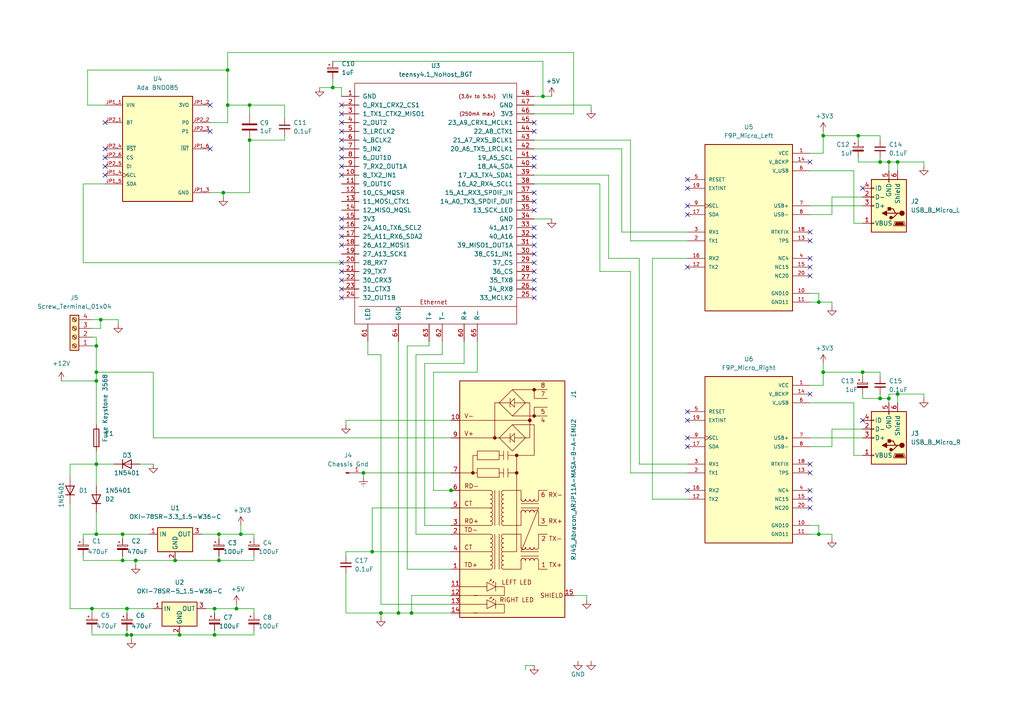
<source format=kicad_sch>
(kicad_sch (version 20211123) (generator eeschema)
  (paper "A4")
  (title_block (title "GPS_Micro") (date "2023-01-12") (comment 1 "Single and Dual Antenna"))
  (lib_symbols
    (symbol "AS-RTK2B-MICRO-F9P-L1L2SMATH-00:AS-RTK2B-MICRO-F9P-L1L2SMATH-00" (pin_names (offset 1.016))
      (property "Reference" "U" (at -12.7 23.622 0))
      (property "Value" "AS-RTK2B-MICRO-F9P-L1L2SMATH-00" (at -12.7 -27.94 0))
      (symbol "AS-RTK2B-MICRO-F9P-L1L2SMATH-00_0_0"
        (pin power_in line (at 17.78 20.32 180) (length 5.08) (name "VCC") (number "1"))
        (pin power_in line (at 17.78 -20.32 180) (length 5.08) (name "GND10") (number "10"))
        (pin power_in line (at 17.78 -22.86 180) (length 5.08) (name "GND11") (number "11"))
        (pin output line (at -17.78 -12.7 0) (length 5.08) (name "TX2") (number "12"))
        (pin output line (at 17.78 -5.08 180) (length 5.08) (name "TPS") (number "13"))
        (pin power_in line (at 17.78 17.78 180) (length 5.08) (name "V_BCKP") (number "14"))
        (pin passive line (at 17.78 -12.7 180) (length 5.08) (name "NC15") (number "15"))
        (pin input line (at -17.78 -10.16 0) (length 5.08) (name "RX2") (number "16"))
        (pin bidirectional line (at -17.78 2.54 0) (length 5.08) (name "SDA") (number "17"))
        (pin output line (at 17.78 -2.54 180) (length 5.08) (name "RTKFIX") (number "18"))
        (pin input line (at -17.78 10.16 0) (length 5.08) (name "EXTINT") (number "19"))
        (pin output line (at -17.78 -5.08 0) (length 5.08) (name "TX1") (number "2"))
        (pin passive line (at 17.78 -15.24 180) (length 5.08) (name "NC20") (number "20"))
        (pin input line (at -17.78 -2.54 0) (length 5.08) (name "RX1") (number "3"))
        (pin passive line (at 17.78 -10.16 180) (length 5.08) (name "NC4") (number "4"))
        (pin input line (at -17.78 12.7 0) (length 5.08) (name "RESET") (number "5"))
        (pin power_in line (at 17.78 15.24 180) (length 5.08) (name "V_USB") (number "6"))
        (pin bidirectional line (at 17.78 5.08 180) (length 5.08) (name "USB+") (number "7"))
        (pin bidirectional line (at 17.78 2.54 180) (length 5.08) (name "USB-") (number "8"))
        (pin input clock (at -17.78 5.08 0) (length 5.08) (name "SCL") (number "9"))
      )
    )
    (symbol "AS14-rescue:GND-power" (power) (pin_names (offset 0))
      (property "Value" "GND-power" (at 0 -3.81 0))
      (symbol "GND-power_1_1"
        (pin power_in line (at 0 0 270) (length 0) hide (name "GND") (number "1"))
      )
    )
    (symbol "BNO085_4754:4754" (pin_names (offset 1.016))
      (property "Reference" "U" (at -10.16 16.002 0))
      (property "Value" "4754" (at -10.16 -17.78 0))
      (symbol "4754_0_0"
        (pin input line (at -15.24 12.7 0) (length 5.08) (name "VIN") (number "JP1_1"))
        (pin output line (at 15.24 12.7 180) (length 5.08) (name "3VO") (number "JP1_2"))
        (pin power_in line (at 15.24 -12.7 180) (length 5.08) (name "GND") (number "JP1_3"))
        (pin bidirectional clock (at -15.24 -7.62 0) (length 5.08) (name "SCL") (number "JP1_4"))
        (pin bidirectional line (at -15.24 -10.16 0) (length 5.08) (name "SDA") (number "JP1_5"))
        (pin output line (at 15.24 0 180) (length 5.08) (name "~{INT}") (number "JP1_6"))
        (pin input line (at -15.24 7.62 0) (length 5.08) (name "BT") (number "JP2_1"))
        (pin bidirectional line (at 15.24 7.62 180) (length 5.08) (name "P0") (number "JP2_2"))
        (pin bidirectional line (at 15.24 5.08 180) (length 5.08) (name "P1") (number "JP2_3"))
        (pin input line (at -15.24 0 0) (length 5.08) (name "~{RST}") (number "JP2_4"))
        (pin input line (at -15.24 -5.08 0) (length 5.08) (name "DI") (number "JP2_5"))
        (pin input line (at -15.24 -2.54 0) (length 5.08) (name "CS") (number "JP2_6"))
      )
    )
    (symbol "Connector:Conn_01x01_Male" (pin_names (offset 1.016) hide)
      (property "Reference" "J" (at 0 2.54 0))
      (property "Value" "Conn_01x01_Male" (at 0 -2.54 0))
      (symbol "Conn_01x01_Male_1_1"
        (pin passive line (at 5.08 0 180) (length 3.81) (name "Pin_1") (number "1"))
      )
    )
    (symbol "Connector:RJ45_Abracon_ARJP11A-MASA-B-A-EMU2" (pin_names (offset 1.016) hide)
      (property "Reference" "J" (at 0 -38.1 0))
      (property "Value" "RJ45_Abracon_ARJP11A-MASA-B-A-EMU2" (at 0 -35.56 0))
      (symbol "RJ45_Abracon_ARJP11A-MASA-B-A-EMU2_0_0"
        (text "1 TX+" (at 11.43 -19.05 0) (effects (font (size 1.27 1.27))))
        (text "2 TX-" (at 11.43 -11.43 0) (effects (font (size 1.27 1.27))))
        (text "3 RX+" (at 11.43 -6.35 0) (effects (font (size 1.27 1.27))))
        (text "4" (at 8.89 22.86 0) (effects (font (size 1.27 1.27))))
        (text "5" (at 8.89 25.4 0) (effects (font (size 1.27 1.27))))
        (text "6 RX-" (at 11.43 1.27 0) (effects (font (size 1.27 1.27))))
        (text "7" (at 8.89 30.48 0) (effects (font (size 1.27 1.27))))
        (text "8" (at 8.89 33.02 0) (effects (font (size 1.27 1.27))))
        (text "CT" (at -13.97 -1.27 0) (effects (font (size 1.27 1.27)) (justify left)))
        (text "LEFT LED" (at 1.27 -24.13 0) (effects (font (size 1.27 1.27))))
        (text "RD-" (at -13.97 3.81 0) (effects (font (size 1.27 1.27)) (justify left)))
        (text "SHIELD" (at 11.43 -27.94 0) (effects (font (size 1.27 1.27))))
        (text "V+" (at -13.97 19.05 0) (effects (font (size 1.27 1.27)) (justify left)))
        (text "V-" (at -13.97 24.13 0) (effects (font (size 1.27 1.27)) (justify left)))
      )
      (symbol "RJ45_Abracon_ARJP11A-MASA-B-A-EMU2_1_1"
        (text "CT" (at -13.97 -13.97 0) (effects (font (size 1.27 1.27)) (justify left)))
        (text "RD+" (at -13.97 -6.35 0) (effects (font (size 1.27 1.27)) (justify left)))
        (text "RIGHT LED" (at 1.27 -29.21 0) (effects (font (size 1.27 1.27))))
        (text "TD+" (at -13.97 -19.05 0) (effects (font (size 1.27 1.27)) (justify left)))
        (text "TD-" (at -13.97 -8.89 0) (effects (font (size 1.27 1.27)) (justify left)))
        (pin passive line (at -17.78 -20.32 0) (length 2.54) (name "TD+") (number "1"))
        (pin power_out line (at -17.78 22.86 0) (length 2.54) (name "V-") (number "10"))
        (pin passive line (at -17.78 -25.4 0) (length 2.54) (name "LLED+") (number "11"))
        (pin passive line (at -17.78 -27.94 0) (length 2.54) (name "LLED-") (number "12"))
        (pin passive line (at -17.78 -30.48 0) (length 2.54) (name "RLED+") (number "13"))
        (pin passive line (at -17.78 -33.02 0) (length 2.54) (name "RLED-") (number "14"))
        (pin passive line (at 17.78 -27.94 180) (length 2.54) (name "SHIELD") (number "15"))
        (pin passive line (at -17.78 -10.16 0) (length 2.54) (name "TD-") (number "2"))
        (pin passive line (at -17.78 -7.62 0) (length 2.54) (name "RD+") (number "3"))
        (pin passive line (at -17.78 -15.24 0) (length 2.54) (name "CT") (number "4"))
        (pin passive line (at -17.78 -2.54 0) (length 2.54) (name "CT") (number "5"))
        (pin passive line (at -17.78 2.54 0) (length 2.54) (name "RD-") (number "6"))
        (pin passive line (at -17.78 7.62 0) (length 2.54) (name "7") (number "7"))
        (pin power_out line (at -17.78 17.78 0) (length 2.54) (name "V+") (number "9"))
      )
    )
    (symbol "Connector:Screw_Terminal_01x04" (pin_names (offset 1.016) hide)
      (property "Reference" "J" (at 0 5.08 0))
      (property "Value" "Screw_Terminal_01x04" (at 0 -7.62 0))
      (symbol "Screw_Terminal_01x04_1_1"
        (pin passive line (at -5.08 2.54 0) (length 3.81) (name "Pin_1") (number "1"))
        (pin passive line (at -5.08 0 0) (length 3.81) (name "Pin_2") (number "2"))
        (pin passive line (at -5.08 -2.54 0) (length 3.81) (name "Pin_3") (number "3"))
        (pin passive line (at -5.08 -5.08 0) (length 3.81) (name "Pin_4") (number "4"))
      )
    )
    (symbol "Connector:USB_B_Micro" (pin_names (offset 1.016))
      (property "Reference" "J" (at -5.08 11.43 0))
      (property "Value" "USB_B_Micro" (at -5.08 8.89 0))
      (symbol "USB_B_Micro_1_1"
        (pin power_out line (at 7.62 5.08 180) (length 2.54) (name "VBUS") (number "1"))
        (pin bidirectional line (at 7.62 -2.54 180) (length 2.54) (name "D-") (number "2"))
        (pin bidirectional line (at 7.62 0 180) (length 2.54) (name "D+") (number "3"))
        (pin passive line (at 7.62 -5.08 180) (length 2.54) (name "ID") (number "4"))
        (pin power_out line (at 0 -10.16 90) (length 2.54) (name "GND") (number "5"))
        (pin passive line (at -2.54 -10.16 90) (length 2.54) (name "Shield") (number "6"))
      )
    )
    (symbol "Converter_DCDC:OKI-78SR-3.3_1.5-W36-C"
      (property "Reference" "U" (at -3.81 3.175 0))
      (property "Value" "OKI-78SR-3.3_1.5-W36-C" (at 0 3.175 0))
      (symbol "OKI-78SR-3.3_1.5-W36-C_1_1"
        (pin power_in line (at -7.62 0 0) (length 2.54) (name "IN") (number "1"))
        (pin power_in line (at 0 -7.62 90) (length 2.54) (name "GND") (number "2"))
        (pin power_out line (at 7.62 0 180) (length 2.54) (name "OUT") (number "3"))
      )
    )
    (symbol "Converter_DCDC:OKI-78SR-5_1.5-W36-C"
      (property "Reference" "U" (at -3.81 3.175 0))
      (property "Value" "OKI-78SR-5_1.5-W36-C" (at 0 3.175 0))
      (symbol "OKI-78SR-5_1.5-W36-C_1_1"
        (pin power_in line (at -7.62 0 0) (length 2.54) (name "IN") (number "1"))
        (pin power_in line (at 0 -7.62 90) (length 2.54) (name "GND") (number "2"))
        (pin power_out line (at 7.62 0 180) (length 2.54) (name "OUT") (number "3"))
      )
    )
    (symbol "Device:C_Polarized_Small" (pin_numbers hide) (pin_names (offset 0.254) hide)
      (property "Reference" "C" (at 0.254 1.778 0))
      (property "Value" "C_Polarized_Small" (at 0.254 -2.032 0))
      (symbol "C_Polarized_Small_1_1"
        (pin passive line (at 0 2.54 270) (length 1.8542) (name "~") (number "1"))
        (pin passive line (at 0 -2.54 90) (length 1.8542) (name "~") (number "2"))
      )
    )
    (symbol "Device:C_Small" (pin_numbers hide) (pin_names (offset 0.254) hide)
      (property "Reference" "C" (at 0.254 1.778 0))
      (property "Value" "C_Small" (at 0.254 -2.032 0))
      (symbol "C_Small_1_1"
        (pin passive line (at 0 2.54 270) (length 2.032) (name "~") (number "1"))
        (pin passive line (at 0 -2.54 90) (length 2.032) (name "~") (number "2"))
      )
    )
    (symbol "Device:Fuse" (pin_numbers hide) (pin_names (offset 0))
      (property "Reference" "F" (at 2.032 0 90))
      (property "Value" "Fuse" (at -1.905 0 90))
      (symbol "Fuse_1_1"
        (pin passive line (at 0 3.81 270) (length 1.27) (name "~") (number "1"))
        (pin passive line (at 0 -3.81 90) (length 1.27) (name "~") (number "2"))
      )
    )
    (symbol "Diode:1N5401" (pin_numbers hide) (pin_names hide)
      (property "Reference" "D" (at 0 2.54 0))
      (property "Value" "1N5401" (at 0 -2.54 0))
      (symbol "1N5401_1_1"
        (pin passive line (at -3.81 0 0) (length 2.54) (name "K") (number "1"))
        (pin passive line (at 3.81 0 180) (length 2.54) (name "A") (number "2"))
      )
    )
    (symbol "RC10-rescue:+3.3V-power" (power) (pin_names (offset 0))
      (property "Value" "+3.3V-power" (at 0 3.556 0))
      (symbol "+3.3V-power_1_1"
        (pin power_in line (at 0 0 90) (length 0) hide (name "+3V3") (number "1"))
      )
    )
    (symbol "RC10-rescue:+5V-power" (power) (pin_names (offset 0))
      (property "Value" "+5V-power" (at 0 3.556 0))
      (symbol "+5V-power_1_1"
        (pin power_in line (at 0 0 90) (length 0) hide (name "+5V") (number "1"))
      )
    )
    (symbol "RC10-rescue:C-Device" (pin_numbers hide) (pin_names (offset 0.254))
      (property "Reference" "C" (at 0.635 2.54 0))
      (property "Value" "C-Device" (at 0.635 -2.54 0))
      (symbol "C-Device_1_1"
        (pin passive line (at 0 3.81 270) (length 2.794) (name "~") (number "1"))
        (pin passive line (at 0 -3.81 90) (length 2.794) (name "~") (number "2"))
      )
    )
    (symbol "power:+12V" (power) (pin_names (offset 0))
      (property "Value" "+12V" (at 0 3.556 0))
      (symbol "+12V_1_1"
        (pin power_in line (at 0 0 90) (length 0) hide (name "+12V") (number "1"))
      )
    )
    (symbol "power:Earth" (power) (pin_names (offset 0))
      (symbol "Earth_1_1"
        (pin power_in line (at 0 0 270) (length 0) hide (name "Earth") (number "1"))
      )
    )
    (symbol "teensy4.1_nohost_bgt:teensy4.1_NoHost_BGT" (pin_names (offset 1.016))
      (property "Reference" "U3" (at -60.325 107.95 0))
      (property "Value" "teensy4.1_NoHost_BGT" (at -60.325 105.41 0))
      (symbol "teensy4.1_NoHost_BGT_0_0"
        (text "(250mA max)" (at -48.26 93.98 0) (effects (font (size 1.016 1.016))))
        (text "(3.6v to 5.5v)" (at -48.26 99.06 0) (effects (font (size 1.016 1.016))))
        (text "Ethernet" (at -60.96 39.37 0) (effects (font (size 1.27 1.27))))
        (pin bidirectional line (at -87.63 76.2 0) (length 5.08) (name "8_TX2_IN1") (number "10"))
        (pin bidirectional line (at -87.63 73.66 0) (length 5.08) (name "9_OUT1C") (number "11"))
        (pin bidirectional line (at -87.63 71.12 0) (length 5.08) (name "10_CS_MQSR") (number "12"))
        (pin bidirectional line (at -87.63 68.58 0) (length 5.08) (name "11_MOSI_CTX1") (number "13"))
        (pin bidirectional line (at -87.63 66.04 0) (length 5.08) (name "12_MISO_MQSL") (number "14"))
        (pin power_out line (at -87.63 63.5 0) (length 5.08) (name "3V3") (number "15"))
        (pin bidirectional line (at -87.63 60.96 0) (length 5.08) (name "24_A10_TX6_SCL2") (number "16"))
        (pin bidirectional line (at -87.63 58.42 0) (length 5.08) (name "25_A11_RX6_SDA2") (number "17"))
        (pin bidirectional line (at -87.63 55.88 0) (length 5.08) (name "26_A12_MOSI1") (number "18"))
        (pin bidirectional line (at -87.63 53.34 0) (length 5.08) (name "27_A13_SCK1") (number "19"))
        (pin bidirectional line (at -87.63 50.8 0) (length 5.08) (name "28_RX7") (number "20"))
        (pin bidirectional line (at -87.63 48.26 0) (length 5.08) (name "29_TX7") (number "21"))
        (pin bidirectional line (at -87.63 45.72 0) (length 5.08) (name "30_CRX3") (number "22"))
        (pin bidirectional line (at -87.63 43.18 0) (length 5.08) (name "31_CTX3") (number "23"))
        (pin bidirectional line (at -87.63 40.64 0) (length 5.08) (name "32_OUT1B") (number "24"))
        (pin bidirectional line (at -31.75 40.64 180) (length 5.08) (name "33_MCLK2") (number "25"))
        (pin bidirectional line (at -31.75 43.18 180) (length 5.08) (name "34_RX8") (number "26"))
        (pin bidirectional line (at -31.75 45.72 180) (length 5.08) (name "35_TX8") (number "27"))
        (pin bidirectional line (at -31.75 48.26 180) (length 5.08) (name "36_CS") (number "28"))
        (pin bidirectional line (at -31.75 50.8 180) (length 5.08) (name "37_CS") (number "29"))
        (pin bidirectional line (at -31.75 53.34 180) (length 5.08) (name "38_CS1_IN1") (number "30"))
        (pin bidirectional line (at -31.75 55.88 180) (length 5.08) (name "39_MISO1_OUT1A") (number "31"))
        (pin bidirectional line (at -31.75 58.42 180) (length 5.08) (name "40_A16") (number "32"))
        (pin bidirectional line (at -31.75 60.96 180) (length 5.08) (name "41_A17") (number "33"))
        (pin bidirectional line (at -31.75 66.04 180) (length 5.08) (name "13_SCK_LED") (number "35"))
        (pin bidirectional line (at -31.75 68.58 180) (length 5.08) (name "14_A0_TX3_SPDIF_OUT") (number "36"))
        (pin bidirectional line (at -31.75 71.12 180) (length 5.08) (name "15_A1_RX3_SPDIF_IN") (number "37"))
        (pin bidirectional line (at -31.75 73.66 180) (length 5.08) (name "16_A2_RX4_SCL1") (number "38"))
        (pin bidirectional line (at -31.75 76.2 180) (length 5.08) (name "17_A3_TX4_SDA1") (number "39"))
        (pin bidirectional line (at -31.75 78.74 180) (length 5.08) (name "18_A4_SDA") (number "40"))
        (pin bidirectional line (at -31.75 81.28 180) (length 5.08) (name "19_A5_SCL") (number "41"))
        (pin bidirectional line (at -31.75 83.82 180) (length 5.08) (name "20_A6_TX5_LRCLK1") (number "42"))
        (pin bidirectional line (at -31.75 86.36 180) (length 5.08) (name "21_A7_RX5_BCLK1") (number "43"))
        (pin bidirectional line (at -31.75 88.9 180) (length 5.08) (name "22_A8_CTX1") (number "44"))
        (pin bidirectional line (at -31.75 91.44 180) (length 5.08) (name "23_A9_CRX1_MCLK1") (number "45"))
        (pin output line (at -31.75 93.98 180) (length 5.08) (name "3V3") (number "46"))
        (pin output line (at -31.75 96.52 180) (length 5.08) (name "GND") (number "47"))
        (pin power_in line (at -31.75 99.06 180) (length 5.08) (name "VIN") (number "48"))
        (pin bidirectional line (at -87.63 88.9 0) (length 5.08) (name "3_LRCLK2") (number "5"))
        (pin bidirectional line (at -87.63 86.36 0) (length 5.08) (name "4_BCLK2") (number "6"))
        (pin bidirectional line (at -52.07 27.94 90) (length 5.08) (name "R+") (number "60"))
        (pin bidirectional line (at -80.01 27.94 90) (length 5.08) (name "LED") (number "61"))
        (pin bidirectional line (at -58.42 27.94 90) (length 5.08) (name "T-") (number "62"))
        (pin bidirectional line (at -62.23 27.94 90) (length 5.08) (name "T+") (number "63"))
        (pin bidirectional line (at -71.12 27.94 90) (length 5.08) (name "GND") (number "64"))
        (pin bidirectional line (at -48.26 27.94 90) (length 5.08) (name "R-") (number "65"))
        (pin bidirectional line (at -87.63 83.82 0) (length 5.08) (name "5_IN2") (number "7"))
        (pin bidirectional line (at -87.63 81.28 0) (length 5.08) (name "6_OUT1D") (number "8"))
        (pin bidirectional line (at -87.63 78.74 0) (length 5.08) (name "7_RX2_OUT1A") (number "9"))
      )
      (symbol "teensy4.1_NoHost_BGT_1_1"
        (pin power_in line (at -87.63 99.06 0) (length 5.08) (name "GND") (number "1"))
        (pin bidirectional line (at -87.63 96.52 0) (length 5.08) (name "0_RX1_CRX2_CS1") (number "2"))
        (pin bidirectional line (at -87.63 93.98 0) (length 5.08) (name "1_TX1_CTX2_MISO1") (number "3"))
        (pin power_in line (at -31.75 63.5 180) (length 5.08) (name "GND") (number "34"))
        (pin bidirectional line (at -87.63 91.44 0) (length 5.08) (name "2_OUT2") (number "4"))
      )
    )
  )
  (junction (at 50.8 162.56))
  (junction (at 72.39 30.48))
  (junction (at 27.94 134.62))
  (junction (at 260.35 46.99))
  (junction (at 105.41 137.16))
  (junction (at 72.39 40.64))
  (junction (at 35.56 154.94))
  (junction (at 66.04 30.48))
  (junction (at 96.52 25.4))
  (junction (at 62.23 184.15))
  (junction (at 237.49 87.63))
  (junction (at 157.48 27.94))
  (junction (at 68.58 176.53))
  (junction (at 260.35 114.3))
  (junction (at 36.83 176.53))
  (junction (at 27.94 154.94))
  (junction (at 35.56 162.56))
  (junction (at 39.37 162.56))
  (junction (at 255.27 46.99))
  (junction (at 115.57 177.8))
  (junction (at 248.92 39.37))
  (junction (at 238.76 107.95))
  (junction (at 63.5 154.94))
  (junction (at 119.38 177.8))
  (junction (at 257.81 115.57))
  (junction (at 38.1 184.15))
  (junction (at 250.19 107.95))
  (junction (at 36.83 184.15))
  (junction (at 63.5 162.56))
  (junction (at 257.81 46.99))
  (junction (at 64.77 55.88))
  (junction (at 26.67 176.53))
  (junction (at 52.07 184.15))
  (junction (at 237.49 154.94))
  (junction (at 130.81 142.24))
  (junction (at 27.94 100.33))
  (junction (at 255.27 115.57))
  (junction (at 66.04 20.32))
  (junction (at 69.85 154.94))
  (junction (at 27.94 107.95))
  (junction (at 62.23 176.53))
  (junction (at 27.94 110.49))
  (junction (at 107.95 160.02))
  (junction (at 238.76 39.37))
  (junction (at 29.21 92.71))
  (junction (at 110.49 177.8))
  (no_connect (at 199.39 77.47))
  (no_connect (at 199.39 54.61))
  (no_connect (at 199.39 142.24))
  (no_connect (at 154.94 81.28))
  (no_connect (at 199.39 129.54))
  (no_connect (at 154.94 60.96))
  (no_connect (at 99.06 38.1))
  (no_connect (at 154.94 86.36))
  (no_connect (at 99.06 83.82))
  (no_connect (at 99.06 81.28))
  (no_connect (at 99.06 71.12))
  (no_connect (at 30.48 50.8))
  (no_connect (at 154.94 78.74))
  (no_connect (at 199.39 121.92))
  (no_connect (at 234.95 114.3))
  (no_connect (at 234.95 137.16))
  (no_connect (at 99.06 35.56))
  (no_connect (at 30.48 35.56))
  (no_connect (at 234.95 74.93))
  (no_connect (at 250.19 121.92))
  (no_connect (at 30.48 43.18))
  (no_connect (at 199.39 62.23))
  (no_connect (at 99.06 30.48))
  (no_connect (at 99.06 66.04))
  (no_connect (at 234.95 147.32))
  (no_connect (at 154.94 68.58))
  (no_connect (at 250.19 54.61))
  (no_connect (at 154.94 55.88))
  (no_connect (at 154.94 58.42))
  (no_connect (at 99.06 48.26))
  (no_connect (at 234.95 46.99))
  (no_connect (at 99.06 33.02))
  (no_connect (at 60.96 30.48))
  (no_connect (at 99.06 68.58))
  (no_connect (at 154.94 83.82))
  (no_connect (at 99.06 40.64))
  (no_connect (at 154.94 38.1))
  (no_connect (at 234.95 142.24))
  (no_connect (at 154.94 73.66))
  (no_connect (at 234.95 144.78))
  (no_connect (at 154.94 71.12))
  (no_connect (at 154.94 35.56))
  (no_connect (at 234.95 69.85))
  (no_connect (at 30.48 45.72))
  (no_connect (at 154.94 45.72))
  (no_connect (at 30.48 48.26))
  (no_connect (at 60.96 38.1))
  (no_connect (at 60.96 43.18))
  (no_connect (at 154.94 76.2))
  (no_connect (at 199.39 59.69))
  (no_connect (at 199.39 52.07))
  (no_connect (at 99.06 43.18))
  (no_connect (at 199.39 127))
  (no_connect (at 99.06 78.74))
  (no_connect (at 154.94 48.26))
  (no_connect (at 99.06 86.36))
  (no_connect (at 99.06 50.8))
  (no_connect (at 199.39 119.38))
  (no_connect (at 234.95 77.47))
  (no_connect (at 234.95 67.31))
  (no_connect (at 99.06 45.72))
  (no_connect (at 99.06 76.2))
  (no_connect (at 154.94 66.04))
  (no_connect (at 234.95 134.62))
  (no_connect (at 234.95 80.01))
  (no_connect (at 99.06 63.5))
  (wire (pts (xy 50.8 162.56) (xy 63.5 162.56)))
  (wire (pts (xy 106.68 99.06) (xy 106.68 102.87)))
  (wire (pts (xy 125.73 107.95) (xy 125.73 142.24)))
  (wire (pts (xy 166.37 15.24) (xy 66.04 15.24)))
  (wire (pts (xy 237.49 87.63) (xy 241.3 87.63)))
  (wire (pts (xy 96.52 17.78) (xy 157.48 17.78)))
  (wire (pts (xy 58.42 154.94) (xy 63.5 154.94)))
  (wire (pts (xy 130.81 127) (xy 44.45 127)))
  (wire (pts (xy 39.37 163.83) (xy 39.37 162.56)))
  (wire (pts (xy 63.5 154.94) (xy 63.5 156.21)))
  (wire (pts (xy 29.21 92.71) (xy 34.29 92.71)))
  (wire (pts (xy 247.65 49.53) (xy 234.95 49.53)))
  (wire (pts (xy 26.67 97.79) (xy 27.94 97.79)))
  (wire (pts (xy 248.92 45.72) (xy 248.92 46.99)))
  (wire (pts (xy 64.77 55.88) (xy 64.77 57.15)))
  (wire (pts (xy 130.81 137.16) (xy 105.41 137.16)))
  (wire (pts (xy 36.83 176.53) (xy 36.83 177.8)))
  (wire (pts (xy 234.95 154.94) (xy 237.49 154.94)))
  (wire (pts (xy 185.42 74.93) (xy 185.42 134.62)))
  (wire (pts (xy 241.3 88.9) (xy 241.3 87.63)))
  (wire (pts (xy 154.94 40.64) (xy 182.88 40.64)))
  (wire (pts (xy 120.65 102.87) (xy 120.65 154.94)))
  (wire (pts (xy 110.49 177.8) (xy 110.49 179.07)))
  (wire (pts (xy 66.04 15.24) (xy 66.04 20.32)))
  (wire (pts (xy 267.97 46.99) (xy 267.97 48.26)))
  (wire (pts (xy 234.95 59.69) (xy 250.19 59.69)))
  (wire (pts (xy 234.95 152.4) (xy 237.49 152.4)))
  (wire (pts (xy 189.23 74.93) (xy 199.39 74.93)))
  (wire (pts (xy 73.66 154.94) (xy 73.66 156.21)))
  (wire (pts (xy 68.58 175.26) (xy 68.58 176.53)))
  (wire (pts (xy 35.56 154.94) (xy 43.18 154.94)))
  (wire (pts (xy 238.76 39.37) (xy 248.92 39.37)))
  (wire (pts (xy 123.19 152.4) (xy 130.81 152.4)))
  (wire (pts (xy 44.45 127) (xy 44.45 107.95)))
  (wire (pts (xy 20.32 146.05) (xy 20.32 176.53)))
  (wire (pts (xy 20.32 176.53) (xy 26.67 176.53)))
  (wire (pts (xy 27.94 97.79) (xy 27.94 100.33)))
  (wire (pts (xy 130.81 160.02) (xy 107.95 160.02)))
  (wire (pts (xy 52.07 184.15) (xy 62.23 184.15)))
  (wire (pts (xy 119.38 172.72) (xy 119.38 177.8)))
  (wire (pts (xy 125.73 142.24) (xy 130.81 142.24)))
  (wire (pts (xy 27.94 154.94) (xy 35.56 154.94)))
  (wire (pts (xy 238.76 39.37) (xy 238.76 44.45)))
  (wire (pts (xy 255.27 115.57) (xy 257.81 115.57)))
  (wire (pts (xy 24.13 53.34) (xy 24.13 76.2)))
  (wire (pts (xy 154.94 27.94) (xy 157.48 27.94)))
  (wire (pts (xy 255.27 39.37) (xy 248.92 39.37)))
  (wire (pts (xy 260.35 114.3) (xy 260.35 116.84)))
  (wire (pts (xy 255.27 114.3) (xy 255.27 115.57)))
  (wire (pts (xy 250.19 109.22) (xy 250.19 107.95)))
  (wire (pts (xy 82.55 30.48) (xy 82.55 34.29)))
  (wire (pts (xy 107.95 160.02) (xy 100.33 160.02)))
  (wire (pts (xy 185.42 134.62) (xy 199.39 134.62)))
  (wire (pts (xy 105.41 137.16) (xy 105.41 138.43)))
  (wire (pts (xy 60.96 35.56) (xy 66.04 35.56)))
  (wire (pts (xy 182.88 78.74) (xy 182.88 137.16)))
  (wire (pts (xy 39.37 162.56) (xy 50.8 162.56)))
  (wire (pts (xy 36.83 182.88) (xy 36.83 184.15)))
  (wire (pts (xy 96.52 25.4) (xy 99.06 25.4)))
  (wire (pts (xy 26.67 182.88) (xy 26.67 184.15)))
  (wire (pts (xy 130.81 121.92) (xy 100.33 121.92)))
  (wire (pts (xy 166.37 172.72) (xy 170.18 172.72)))
  (wire (pts (xy 118.11 100.33) (xy 118.11 165.1)))
  (wire (pts (xy 241.3 57.15) (xy 250.19 57.15)))
  (wire (pts (xy 62.23 176.53) (xy 62.23 177.8)))
  (wire (pts (xy 66.04 30.48) (xy 66.04 35.56)))
  (wire (pts (xy 29.21 95.25) (xy 29.21 92.71)))
  (wire (pts (xy 234.95 44.45) (xy 238.76 44.45)))
  (wire (pts (xy 171.45 30.48) (xy 171.45 31.75)))
  (wire (pts (xy 30.48 53.34) (xy 24.13 53.34)))
  (wire (pts (xy 173.99 53.34) (xy 173.99 78.74)))
  (wire (pts (xy 25.4 30.48) (xy 25.4 20.32)))
  (wire (pts (xy 176.53 74.93) (xy 185.42 74.93)))
  (wire (pts (xy 237.49 152.4) (xy 237.49 154.94)))
  (wire (pts (xy 92.71 25.4) (xy 96.52 25.4)))
  (wire (pts (xy 250.19 132.08) (xy 247.65 132.08)))
  (wire (pts (xy 27.94 130.81) (xy 27.94 134.62)))
  (wire (pts (xy 247.65 64.77) (xy 250.19 64.77)))
  (wire (pts (xy 73.66 182.88) (xy 73.66 184.15)))
  (wire (pts (xy 257.81 46.99) (xy 257.81 49.53)))
  (wire (pts (xy 130.81 142.24) (xy 132.08 142.24)))
  (wire (pts (xy 72.39 40.64) (xy 72.39 55.88)))
  (wire (pts (xy 247.65 132.08) (xy 247.65 116.84)))
  (wire (pts (xy 154.94 50.8) (xy 176.53 50.8)))
  (wire (pts (xy 27.94 110.49) (xy 27.94 123.19)))
  (wire (pts (xy 27.94 134.62) (xy 27.94 140.97)))
  (wire (pts (xy 154.94 53.34) (xy 173.99 53.34)))
  (wire (pts (xy 110.49 102.87) (xy 110.49 175.26)))
  (wire (pts (xy 238.76 107.95) (xy 238.76 111.76)))
  (wire (pts (xy 40.64 134.62) (xy 44.45 134.62)))
  (wire (pts (xy 255.27 109.22) (xy 255.27 107.95)))
  (wire (pts (xy 260.35 46.99) (xy 260.35 49.53)))
  (wire (pts (xy 27.94 100.33) (xy 27.94 107.95)))
  (wire (pts (xy 241.3 124.46) (xy 241.3 129.54)))
  (wire (pts (xy 182.88 69.85) (xy 182.88 40.64)))
  (wire (pts (xy 267.97 114.3) (xy 267.97 115.57)))
  (wire (pts (xy 234.95 127) (xy 250.19 127)))
  (wire (pts (xy 157.48 27.94) (xy 160.02 27.94)))
  (wire (pts (xy 26.67 176.53) (xy 26.67 177.8)))
  (wire (pts (xy 166.37 33.02) (xy 166.37 15.24)))
  (wire (pts (xy 24.13 162.56) (xy 35.56 162.56)))
  (wire (pts (xy 138.43 107.95) (xy 125.73 107.95)))
  (wire (pts (xy 115.57 177.8) (xy 110.49 177.8)))
  (wire (pts (xy 241.3 124.46) (xy 250.19 124.46)))
  (wire (pts (xy 27.94 107.95) (xy 27.94 110.49)))
  (wire (pts (xy 234.95 87.63) (xy 237.49 87.63)))
  (wire (pts (xy 248.92 40.64) (xy 248.92 39.37)))
  (wire (pts (xy 35.56 154.94) (xy 35.56 156.21)))
  (wire (pts (xy 241.3 57.15) (xy 241.3 62.23)))
  (wire (pts (xy 26.67 92.71) (xy 29.21 92.71)))
  (wire (pts (xy 154.94 33.02) (xy 166.37 33.02)))
  (wire (pts (xy 24.13 161.29) (xy 24.13 162.56)))
  (wire (pts (xy 241.3 156.21) (xy 241.3 154.94)))
  (wire (pts (xy 99.06 27.94) (xy 99.06 25.4)))
  (wire (pts (xy 20.32 134.62) (xy 20.32 138.43)))
  (wire (pts (xy 82.55 39.37) (xy 82.55 40.64)))
  (wire (pts (xy 63.5 162.56) (xy 73.66 162.56)))
  (wire (pts (xy 38.1 185.42) (xy 38.1 184.15)))
  (wire (pts (xy 30.48 30.48) (xy 25.4 30.48)))
  (wire (pts (xy 241.3 62.23) (xy 234.95 62.23)))
  (wire (pts (xy 26.67 176.53) (xy 36.83 176.53)))
  (wire (pts (xy 247.65 116.84) (xy 234.95 116.84)))
  (wire (pts (xy 69.85 154.94) (xy 73.66 154.94)))
  (wire (pts (xy 260.35 114.3) (xy 267.97 114.3)))
  (wire (pts (xy 130.81 147.32) (xy 107.95 147.32)))
  (wire (pts (xy 170.18 172.72) (xy 170.18 173.99)))
  (wire (pts (xy 130.81 177.8) (xy 119.38 177.8)))
  (wire (pts (xy 124.46 100.33) (xy 118.11 100.33)))
  (wire (pts (xy 96.52 22.86) (xy 96.52 25.4)))
  (wire (pts (xy 62.23 184.15) (xy 73.66 184.15)))
  (wire (pts (xy 241.3 154.94) (xy 237.49 154.94)))
  (wire (pts (xy 62.23 176.53) (xy 68.58 176.53)))
  (wire (pts (xy 237.49 85.09) (xy 237.49 87.63)))
  (wire (pts (xy 180.34 43.18) (xy 180.34 67.31)))
  (wire (pts (xy 69.85 152.4) (xy 69.85 154.94)))
  (wire (pts (xy 255.27 45.72) (xy 255.27 46.99)))
  (wire (pts (xy 128.27 99.06) (xy 128.27 102.87)))
  (wire (pts (xy 138.43 99.06) (xy 138.43 107.95)))
  (wire (pts (xy 17.78 110.49) (xy 27.94 110.49)))
  (wire (pts (xy 255.27 46.99) (xy 257.81 46.99)))
  (wire (pts (xy 154.94 43.18) (xy 180.34 43.18)))
  (wire (pts (xy 247.65 64.77) (xy 247.65 49.53)))
  (wire (pts (xy 26.67 95.25) (xy 29.21 95.25)))
  (wire (pts (xy 115.57 99.06) (xy 115.57 177.8)))
  (wire (pts (xy 248.92 46.99) (xy 255.27 46.99)))
  (wire (pts (xy 34.29 92.71) (xy 34.29 93.98)))
  (wire (pts (xy 123.19 105.41) (xy 123.19 152.4)))
  (wire (pts (xy 26.67 184.15) (xy 36.83 184.15)))
  (wire (pts (xy 250.19 115.57) (xy 255.27 115.57)))
  (wire (pts (xy 36.83 184.15) (xy 38.1 184.15)))
  (wire (pts (xy 60.96 55.88) (xy 64.77 55.88)))
  (wire (pts (xy 106.68 102.87) (xy 110.49 102.87)))
  (wire (pts (xy 63.5 161.29) (xy 63.5 162.56)))
  (wire (pts (xy 134.62 99.06) (xy 134.62 105.41)))
  (wire (pts (xy 25.4 20.32) (xy 66.04 20.32)))
  (wire (pts (xy 260.35 46.99) (xy 267.97 46.99)))
  (wire (pts (xy 134.62 105.41) (xy 123.19 105.41)))
  (wire (pts (xy 154.94 63.5) (xy 160.02 63.5)))
  (wire (pts (xy 180.34 67.31) (xy 199.39 67.31)))
  (wire (pts (xy 73.66 161.29) (xy 73.66 162.56)))
  (wire (pts (xy 250.19 107.95) (xy 238.76 107.95)))
  (wire (pts (xy 72.39 30.48) (xy 72.39 33.02)))
  (wire (pts (xy 154.94 30.48) (xy 171.45 30.48)))
  (wire (pts (xy 176.53 50.8) (xy 176.53 74.93)))
  (wire (pts (xy 110.49 175.26) (xy 130.81 175.26)))
  (wire (pts (xy 234.95 111.76) (xy 238.76 111.76)))
  (wire (pts (xy 238.76 105.41) (xy 238.76 107.95)))
  (wire (pts (xy 35.56 161.29) (xy 35.56 162.56)))
  (wire (pts (xy 62.23 182.88) (xy 62.23 184.15)))
  (wire (pts (xy 255.27 40.64) (xy 255.27 39.37)))
  (wire (pts (xy 24.13 76.2) (xy 99.06 76.2)))
  (wire (pts (xy 38.1 184.15) (xy 52.07 184.15)))
  (wire (pts (xy 189.23 74.93) (xy 189.23 144.78)))
  (wire (pts (xy 100.33 121.92) (xy 100.33 123.19)))
  (wire (pts (xy 66.04 20.32) (xy 66.04 30.48)))
  (wire (pts (xy 241.3 129.54) (xy 234.95 129.54)))
  (wire (pts (xy 63.5 154.94) (xy 69.85 154.94)))
  (wire (pts (xy 234.95 85.09) (xy 237.49 85.09)))
  (wire (pts (xy 152.4 193.04) (xy 154.94 193.04)))
  (wire (pts (xy 27.94 134.62) (xy 33.02 134.62)))
  (wire (pts (xy 20.32 134.62) (xy 27.94 134.62)))
  (wire (pts (xy 130.81 172.72) (xy 119.38 172.72)))
  (wire (pts (xy 157.48 17.78) (xy 157.48 27.94)))
  (wire (pts (xy 35.56 162.56) (xy 39.37 162.56)))
  (wire (pts (xy 119.38 177.8) (xy 115.57 177.8)))
  (wire (pts (xy 66.04 30.48) (xy 72.39 30.48)))
  (wire (pts (xy 100.33 166.37) (xy 100.33 177.8)))
  (wire (pts (xy 124.46 99.06) (xy 124.46 100.33)))
  (wire (pts (xy 36.83 176.53) (xy 44.45 176.53)))
  (wire (pts (xy 128.27 102.87) (xy 120.65 102.87)))
  (wire (pts (xy 257.81 46.99) (xy 260.35 46.99)))
  (wire (pts (xy 173.99 78.74) (xy 182.88 78.74)))
  (wire (pts (xy 199.39 144.78) (xy 189.23 144.78)))
  (wire (pts (xy 72.39 40.64) (xy 82.55 40.64)))
  (wire (pts (xy 250.19 107.95) (xy 255.27 107.95)))
  (wire (pts (xy 118.11 165.1) (xy 130.81 165.1)))
  (wire (pts (xy 24.13 154.94) (xy 27.94 154.94)))
  (wire (pts (xy 152.4 193.04) (xy 152.4 194.31)))
  (wire (pts (xy 120.65 154.94) (xy 130.81 154.94)))
  (wire (pts (xy 100.33 177.8) (xy 110.49 177.8)))
  (wire (pts (xy 238.76 38.1) (xy 238.76 39.37)))
  (wire (pts (xy 27.94 148.59) (xy 27.94 154.94)))
  (wire (pts (xy 182.88 69.85) (xy 199.39 69.85)))
  (wire (pts (xy 24.13 154.94) (xy 24.13 156.21)))
  (wire (pts (xy 59.69 176.53) (xy 62.23 176.53)))
  (wire (pts (xy 250.19 114.3) (xy 250.19 115.57)))
  (wire (pts (xy 100.33 160.02) (xy 100.33 161.29)))
  (wire (pts (xy 73.66 176.53) (xy 73.66 177.8)))
  (wire (pts (xy 68.58 176.53) (xy 73.66 176.53)))
  (wire (pts (xy 257.81 115.57) (xy 257.81 114.3)))
  (wire (pts (xy 64.77 55.88) (xy 72.39 55.88)))
  (wire (pts (xy 26.67 100.33) (xy 27.94 100.33)))
  (wire (pts (xy 182.88 137.16) (xy 199.39 137.16)))
  (wire (pts (xy 27.94 107.95) (xy 44.45 107.95)))
  (wire (pts (xy 257.81 116.84) (xy 257.81 115.57)))
  (wire (pts (xy 72.39 30.48) (xy 82.55 30.48)))
  (wire (pts (xy 257.81 114.3) (xy 260.35 114.3)))
  (wire (pts (xy 107.95 147.32) (xy 107.95 160.02)))
  (symbol (lib_id "AS14-rescue:GND-power") (at 154.94 193.04 0) (unit 1)
    (property "Reference" "#PWR01" (effects hide))
    (property "Value" "GND-power" (effects hide))
  )
  (symbol (lib_id "AS14-rescue:GND-power") (at 167.64 191.77 0) (unit 1)
    (property "Reference" "#PWR03" (effects hide))
    (property "Value" "GND" (at 167.64 195.58 0))
  )
  (symbol (lib_id "AS14-rescue:GND-power") (at 171.45 191.77 0) (unit 1)
    (property "Reference" "#PWR04" (effects hide))
    (property "Value" "GND-power" (effects hide))
  )
  (symbol (lib_id "AS14-rescue:GND-power") (at 92.71 25.4 0) (unit 1)
    (property "Reference" "#PWR05" (effects hide))
    (property "Value" "GND" (effects hide))
  )
  (symbol (lib_id "AS14-rescue:GND-power") (at 160.02 63.5 0) (unit 1)
    (property "Reference" "#PWR06" (effects hide))
    (property "Value" "GND-power" (effects hide))
  )
  (symbol (lib_id "Device:C_Polarized_Small") (at 26.67 180.34 0) (unit 1)
    (property "Reference" "C5" (at 29.21 178.5238 0) (effects (justify left)))
    (property "Value" "470uF" (at 27.94 181.61 0) (effects (justify left)))
    (property "Footprint" "Capacitor_THT:CP_Radial_D8.0mm_P5.00mm" (effects hide))
  )
  (symbol (lib_id "RC10-rescue:+3.3V-power") (at 238.76 38.1 0) (unit 1)
    (property "Reference" "#PWR0111" (effects hide))
    (property "Value" "+3.3V" (at 239.141 33.7058 0))
  )
  (symbol (lib_id "Device:C_Polarized_Small") (at 73.66 180.34 0) (unit 1)
    (property "Reference" "C8" (at 76.2 179.07 0) (effects (justify left)))
    (property "Value" "100uF" (at 74.93 181.61 0) (effects (justify left)))
    (property "Footprint" "Capacitor_THT:CP_Radial_D8.0mm_P3.50mm" (effects hide))
  )
  (symbol (lib_id "AS14-rescue:GND-power") (at 34.29 93.98 0) (unit 1)
    (property "Reference" "#PWR0102" (effects hide))
    (property "Value" "GND-power" (effects hide))
  )
  (symbol (lib_id "Diode:1N5401") (at 20.32 142.24 90) (unit 1)
    (property "Reference" "D1" (at 22.86 142.24 90) (effects (justify right)))
    (property "Value" "1N5401" (at 17.78 139.7 0) (effects (justify right)))
    (property "Footprint" "Diode_THT:D_DO-201AD_P15.24mm_Horizontal" (effects hide))
    (property "Datasheet" "http://www.vishay.com/docs/88516/1n5400.pdf" (effects hide))
  )
  (symbol (lib_id "Connector:Screw_Terminal_01x04") (at 21.59 97.79 180) (unit 1)
    (property "Reference" "J5" (at 21.59 86.36 0))
    (property "Value" "Screw_Terminal_01x04" (at 21.59 88.9 0))
    (property "Footprint" "TerminalBlock_Phoenix:TerminalBlock_Phoenix_MKDS-1,5-4-5.08_1x04_P5.08mm_Horizontal" (effects hide))
  )
  (symbol (lib_id "RC10-rescue:+3.3V-power") (at 238.76 105.41 0) (unit 1)
    (property "Reference" "#PWR0112" (effects hide))
    (property "Value" "+3.3V" (at 239.141 101.0158 0))
  )
  (symbol (lib_id "Connector:RJ45_Abracon_ARJP11A-MASA-B-A-EMU2") (at 148.59 144.78 0) (unit 1)
    (property "Reference" "J1" (at 166.37 115.57 90) (effects (justify left)))
    (property "Value" "RJ45_Abracon_ARJP11A-MASA-B-A-EMU2" (at 166.37 162.56 90) (effects (justify left)))
    (property "Footprint" "Connector_RJ:RJ45_Abracon_ARJP11A-MA_Horizontal" (effects hide))
    (property "Datasheet" "https://abracon.com/Magnetics/lan/ARJP11A.PDF" (effects hide))
  )
  (symbol (lib_id "AS14-rescue:GND-power") (at 38.1 185.42 0) (unit 1)
    (property "Reference" "#PWR0104" (effects hide))
    (property "Value" "GND-power" (effects hide))
  )
  (symbol (lib_id "Device:C_Polarized_Small") (at 250.19 111.76 0) (unit 1)
    (property "Reference" "C13" (at 243.84 110.49 0) (effects (justify left)))
    (property "Value" "1uF" (at 245.11 113.03 0) (effects (justify left)))
    (property "Footprint" "Capacitor_THT:CP_Radial_D6.3mm_P2.50mm" (effects hide))
  )
  (symbol (lib_id "Device:C_Small") (at 255.27 43.18 0) (unit 1)
    (property "Reference" "C14" (at 257.81 41.9162 0) (effects (justify left)))
    (property "Value" "0.1uF" (at 257.81 44.4562 0) (effects (justify left)))
    (property "Footprint" "Capacitor_THT:C_Disc_D7.0mm_W2.5mm_P5.00mm" (effects hide))
  )
  (symbol (lib_id "AS14-rescue:GND-power") (at 64.77 57.15 0) (unit 1)
    (property "Reference" "#PWR02" (effects hide))
    (property "Value" "GND" (effects hide))
  )
  (symbol (lib_id "AS14-rescue:GND-power") (at 267.97 115.57 0) (unit 1)
    (property "Reference" "#PWR0113" (effects hide))
    (property "Value" "GND-power" (effects hide))
  )
  (symbol (lib_id "Device:C_Polarized_Small") (at 73.66 158.75 0) (unit 1)
    (property "Reference" "C4" (at 76.2 157.48 0) (effects (justify left)))
    (property "Value" "100uF" (at 74.93 160.02 0) (effects (justify left)))
    (property "Footprint" "Capacitor_THT:CP_Radial_D8.0mm_P3.50mm" (effects hide))
  )
  (symbol (lib_id "Diode:1N5401") (at 27.94 144.78 90) (unit 1)
    (property "Reference" "D2" (at 30.48 144.78 90) (effects (justify right)))
    (property "Value" "1N5401" (at 30.48 142.24 90) (effects (justify right)))
    (property "Footprint" "Diode_THT:D_DO-201AD_P15.24mm_Horizontal" (effects hide))
    (property "Datasheet" "http://www.vishay.com/docs/88516/1n5400.pdf" (effects hide))
  )
  (symbol (lib_id "Device:C_Polarized_Small") (at 248.92 43.18 0) (unit 1)
    (property "Reference" "C12" (at 242.57 41.91 0) (effects (justify left)))
    (property "Value" "1uF" (at 243.84 44.45 0) (effects (justify left)))
    (property "Footprint" "Capacitor_THT:CP_Radial_D6.3mm_P2.50mm" (effects hide))
  )
  (symbol (lib_id "Device:C_Polarized_Small") (at 63.5 158.75 0) (unit 1)
    (property "Reference" "C3" (at 66.04 157.48 0) (effects (justify left)))
    (property "Value" "100uF" (at 64.77 160.02 0) (effects (justify left)))
    (property "Footprint" "Capacitor_THT:CP_Radial_D8.0mm_P3.50mm" (effects hide))
  )
  (symbol (lib_id "Diode:1N5401") (at 36.83 134.62 0) (unit 1)
    (property "Reference" "D3" (at 36.83 132.08 0))
    (property "Value" "1N5401" (at 36.83 137.16 0))
    (property "Footprint" "Diode_THT:D_DO-201AD_P15.24mm_Horizontal" (effects hide))
    (property "Datasheet" "http://www.vishay.com/docs/88516/1n5400.pdf" (effects hide))
  )
  (symbol (lib_id "power:+12V") (at 17.78 110.49 0) (unit 1)
    (property "Reference" "#PWR0114" (effects hide))
    (property "Value" "+12V" (at 17.78 105.41 0))
  )
  (symbol (lib_id "Connector:USB_B_Micro") (at 257.81 59.69 180) (unit 1)
    (property "Reference" "J2" (at 264.16 58.4199 0) (effects (justify right)))
    (property "Value" "USB_B_Micro_L" (at 264.16 60.9599 0) (effects (justify right)))
    (property "Footprint" "MyFootprints:USB_Mini_B_AdamTech_musb_b5_s_vt_02_TH" (effects hide))
  )
  (symbol (lib_id "RC10-rescue:+5V-power") (at 160.02 27.94 0) (unit 1)
    (property "Reference" "#PWR0103" (effects hide))
    (property "Value" "+5V" (at 160.401 23.5458 0))
  )
  (symbol (lib_id "Device:C_Polarized_Small") (at 35.56 158.75 0) (unit 1)
    (property "Reference" "C2" (at 38.1 156.9338 0) (effects (justify left)))
    (property "Value" "470uF" (at 36.83 160.02 0) (effects (justify left)))
    (property "Footprint" "Capacitor_THT:CP_Radial_D8.0mm_P5.00mm" (effects hide))
  )
  (symbol (lib_id "AS14-rescue:GND-power") (at 171.45 31.75 0) (unit 1)
    (property "Reference" "#PWR07" (effects hide))
    (property "Value" "GND" (effects hide))
  )
  (symbol (lib_id "AS14-rescue:GND-power") (at 241.3 88.9 0) (unit 1)
    (property "Reference" "#PWR0109" (effects hide))
    (property "Value" "GND-power" (effects hide))
  )
  (symbol (lib_id "Device:C_Polarized_Small") (at 24.13 158.75 0) (unit 1)
    (property "Reference" "C1" (at 26.67 156.9338 0) (effects (justify left)))
    (property "Value" "470uF" (at 25.4 160.02 0) (effects (justify left)))
    (property "Footprint" "Capacitor_THT:CP_Radial_D8.0mm_P5.00mm" (effects hide))
  )
  (symbol (lib_id "Device:Fuse") (at 27.94 127 0) (unit 1)
    (property "Reference" "F1" (at 30.48 125.7299 0) (effects (justify left)))
    (property "Value" "Fuse Keystone 3568" (at 30.48 128.2699 90) (effects (justify left)))
    (property "Footprint" "Fuse:Fuseholder_Blade_Mini_Keystone_3568" (effects hide))
  )
  (symbol (lib_id "teensy4.1_nohost_bgt:teensy4.1_NoHost_BGT") (at 186.69 127 0) (unit 1)
    (property "Reference" "U3" (at 126.365 19.05 0))
    (property "Value" "teensy4.1_NoHost_BGT" (at 126.365 21.59 0))
    (property "Footprint" "AA_Foots:Teensy41_BGT" (effects hide))
  )
  (symbol (lib_id "AS-RTK2B-MICRO-F9P-L1L2SMATH-00:AS-RTK2B-MICRO-F9P-L1L2SMATH-00") (at 217.17 64.77 0) (unit 1)
    (property "Reference" "U5" (at 217.17 36.83 0))
    (property "Value" "F9P_Micro_Left" (at 217.17 39.37 0))
    (property "Footprint" "AA_Foots:MODULE_AS-RTK2B-MICRO-F9P-L1L2SMATH-00" (effects hide))
    (property "MANUFACTURER" "Ardusimple" (effects hide))
    (property "SNAPEDA_PN" "AS-RTK2B-MICRO-F9P-L1L2SMATH-00" (effects hide))
    (property "PARTREV" "N/A" (effects hide))
    (property "MAXIMUM_PACKAGE_HEIGHT" "6.35mm" (effects hide))
    (property "STANDARD" "Manufacturer Recommendations" (effects hide))
  )
  (symbol (lib_id "Device:C_Small") (at 255.27 111.76 0) (unit 1)
    (property "Reference" "C15" (at 257.81 110.4962 0) (effects (justify left)))
    (property "Value" "0.1uF" (at 257.81 113.0362 0) (effects (justify left)))
    (property "Footprint" "Capacitor_THT:C_Disc_D7.0mm_W2.5mm_P5.00mm" (effects hide))
  )
  (symbol (lib_id "RC10-rescue:+3.3V-power") (at 69.85 152.4 0) (unit 1)
    (property "Reference" "#PWR0106" (effects hide))
    (property "Value" "+3.3V" (at 70.231 148.0058 0))
  )
  (symbol (lib_id "AS14-rescue:GND-power") (at 170.18 173.99 0) (unit 1)
    (property "Reference" "#PWR09" (effects hide))
    (property "Value" "GND-power" (effects hide))
  )
  (symbol (lib_id "Device:C_Small") (at 100.33 163.83 0) (unit 1)
    (property "Reference" "C17" (at 102.87 162.5662 0) (effects (justify left)))
    (property "Value" "0.1uF" (at 102.87 165.1062 0) (effects (justify left)))
    (property "Footprint" "Capacitor_THT:C_Disc_D7.0mm_W2.5mm_P5.00mm" (effects hide))
  )
  (symbol (lib_id "AS-RTK2B-MICRO-F9P-L1L2SMATH-00:AS-RTK2B-MICRO-F9P-L1L2SMATH-00") (at 217.17 132.08 0) (unit 1)
    (property "Reference" "U6" (at 217.17 104.14 0))
    (property "Value" "F9P_Micro_Right" (at 217.17 106.68 0))
    (property "Footprint" "AA_Foots:MODULE_AS-RTK2B-MICRO-F9P-L1L2SMATH-00" (effects hide))
    (property "MANUFACTURER" "Ardusimple" (effects hide))
    (property "SNAPEDA_PN" "AS-RTK2B-MICRO-F9P-L1L2SMATH-00" (effects hide))
    (property "PARTREV" "N/A" (effects hide))
    (property "MAXIMUM_PACKAGE_HEIGHT" "6.35mm" (effects hide))
    (property "STANDARD" "Manufacturer Recommendations" (effects hide))
  )
  (symbol (lib_id "Connector:USB_B_Micro") (at 257.81 127 180) (unit 1)
    (property "Reference" "J3" (at 264.16 125.7299 0) (effects (justify right)))
    (property "Value" "USB_B_Micro_R" (at 264.16 128.2699 0) (effects (justify right)))
    (property "Footprint" "AA_Foots:USB_Mini_B_AdamTech_musb_b5_s_vt_02_TH" (effects hide))
  )
  (symbol (lib_id "AS14-rescue:GND-power") (at 241.3 156.21 0) (unit 1)
    (property "Reference" "#PWR0108" (effects hide))
    (property "Value" "GND-power" (effects hide))
  )
  (symbol (lib_id "AS14-rescue:GND-power") (at 44.45 134.62 0) (unit 1)
    (property "Reference" "#PWR0101" (effects hide))
    (property "Value" "GND-power" (effects hide))
  )
  (symbol (lib_id "AS14-rescue:GND-power") (at 39.37 163.83 0) (unit 1)
    (property "Reference" "#PWR0105" (effects hide))
    (property "Value" "GND" (effects hide))
  )
  (symbol (lib_id "AS14-rescue:GND-power") (at 110.49 179.07 0) (unit 1)
    (property "Reference" "#PWR08" (effects hide))
    (property "Value" "GND-power" (effects hide))
  )
  (symbol (lib_id "power:Earth") (at 105.41 138.43 0) (unit 1)
    (property "Reference" "#PWR0116" (effects hide))
    (property "Value" "Earth" (effects hide))
  )
  (symbol (lib_id "RC10-rescue:+5V-power") (at 68.58 175.26 0) (unit 1)
    (property "Reference" "#PWR0107" (effects hide))
    (property "Value" "+5V" (at 68.961 170.8658 0))
  )
  (symbol (lib_id "Device:C_Polarized_Small") (at 62.23 180.34 0) (unit 1)
    (property "Reference" "C7" (at 64.77 179.07 0) (effects (justify left)))
    (property "Value" "100uF" (at 63.5 181.61 0) (effects (justify left)))
    (property "Footprint" "Capacitor_THT:CP_Radial_D8.0mm_P3.50mm" (effects hide))
  )
  (symbol (lib_id "Connector:Conn_01x01_Male") (at 100.33 137.16 0) (unit 1)
    (property "Reference" "J4" (at 100.965 132.08 0))
    (property "Value" "Chassis Gnd" (at 100.965 134.62 0))
    (property "Footprint" "Connector_Pin:Pin_D1.3mm_L11.0mm_LooseFit" (effects hide))
  )
  (symbol (lib_id "Device:C_Small") (at 82.55 36.83 0) (unit 1)
    (property "Reference" "C11" (at 85.09 35.5662 0) (effects (justify left)))
    (property "Value" "0.1uF" (at 85.09 38.1062 0) (effects (justify left)))
    (property "Footprint" "Capacitor_THT:C_Disc_D7.0mm_W2.5mm_P5.00mm" (effects hide))
  )
  (symbol (lib_id "AS14-rescue:GND-power") (at 100.33 123.19 0) (unit 1)
    (property "Reference" "#PWR0115" (effects hide))
    (property "Value" "GND-power" (effects hide))
  )
  (symbol (lib_id "BNO085_4754:4754") (at 45.72 43.18 0) (unit 1)
    (property "Reference" "U4" (at 45.72 22.86 0))
    (property "Value" "Ada BNO085" (at 45.72 25.4 0))
    (property "Footprint" "AA_Foots:BNO085_Adafruit_4754" (effects hide))
    (property "STANDARD" "Manufacturer Recommendations" (effects hide))
    (property "PARTREV" "2021-03-16" (effects hide))
    (property "SNAPEDA_PN" "4754" (effects hide))
    (property "MANUFACTURER" "Adafruit" (effects hide))
    (property "MAXIMUM_PACKAGE_HEIGHT" "4.6mm" (effects hide))
  )
  (symbol (lib_id "Device:C_Polarized_Small") (at 36.83 180.34 0) (unit 1)
    (property "Reference" "C6" (at 39.37 178.5238 0) (effects (justify left)))
    (property "Value" "470uF" (at 38.1 181.61 0) (effects (justify left)))
    (property "Footprint" "Capacitor_THT:CP_Radial_D8.0mm_P5.00mm" (effects hide))
  )
  (symbol (lib_id "RC10-rescue:C-Device") (at 72.39 36.83 0) (unit 1)
    (property "Reference" "C9" (at 75.311 35.6616 0) (effects (justify left)))
    (property "Value" "1uF" (at 75.311 37.973 0) (effects (justify left)))
    (property "Footprint" "Capacitor_THT:CP_Radial_D8.0mm_P3.50mm" (effects hide))
  )
  (symbol (lib_id "Converter_DCDC:OKI-78SR-5_1.5-W36-C") (at 52.07 176.53 0) (unit 1)
    (property "Reference" "U2" (at 52.07 168.91 0))
    (property "Value" "OKI-78SR-5_1.5-W36-C" (at 52.07 171.45 0))
    (property "Footprint" "Converter_DCDC:Converter_DCDC_Murata_OKI-78SR_Vertical" (effects hide))
    (property "Datasheet" "https://power.murata.com/data/power/oki-78sr.pdf" (effects hide))
  )
  (symbol (lib_id "AS14-rescue:GND-power") (at 267.97 48.26 0) (unit 1)
    (property "Reference" "#PWR0110" (effects hide))
    (property "Value" "GND-power" (effects hide))
  )
  (symbol (lib_id "Device:C_Polarized_Small") (at 96.52 20.32 0) (unit 1)
    (property "Reference" "C10" (at 99.06 18.5038 0) (effects (justify left)))
    (property "Value" "1uF" (at 99.06 21.0438 0) (effects (justify left)))
    (property "Footprint" "Capacitor_THT:CP_Radial_D6.3mm_P2.50mm" (effects hide))
  )
  (symbol (lib_id "Converter_DCDC:OKI-78SR-3.3_1.5-W36-C") (at 50.8 154.94 0) (unit 1)
    (property "Reference" "U1" (at 50.8 147.32 0))
    (property "Value" "OKI-78SR-3.3_1.5-W36-C" (at 50.8 149.86 0))
    (property "Footprint" "Converter_DCDC:Converter_DCDC_Murata_OKI-78SR_Vertical" (effects hide))
    (property "Datasheet" "https://power.murata.com/data/power/oki-78sr.pdf" (effects hide))
  )
)
</source>
